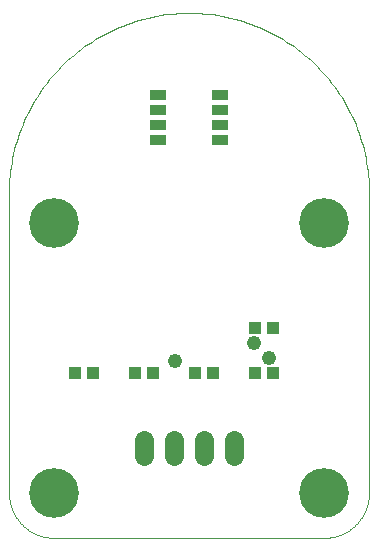
<source format=gts>
G75*
%MOIN*%
%OFA0B0*%
%FSLAX25Y25*%
%IPPOS*%
%LPD*%
%AMOC8*
5,1,8,0,0,1.08239X$1,22.5*
%
%ADD10R,0.05800X0.03300*%
%ADD11C,0.00000*%
%ADD12C,0.06343*%
%ADD13C,0.16611*%
%ADD14R,0.03950X0.03950*%
%ADD15C,0.04800*%
D10*
X0051564Y0134300D03*
X0051564Y0139300D03*
X0051564Y0144300D03*
X0051564Y0149300D03*
X0072036Y0149300D03*
X0072036Y0144300D03*
X0072036Y0139300D03*
X0072036Y0134300D03*
D11*
X0001800Y0116800D02*
X0001800Y0016800D01*
X0001804Y0016438D01*
X0001818Y0016075D01*
X0001839Y0015713D01*
X0001870Y0015352D01*
X0001909Y0014992D01*
X0001957Y0014633D01*
X0002014Y0014275D01*
X0002079Y0013918D01*
X0002153Y0013563D01*
X0002236Y0013210D01*
X0002327Y0012859D01*
X0002426Y0012511D01*
X0002534Y0012165D01*
X0002650Y0011821D01*
X0002775Y0011481D01*
X0002907Y0011144D01*
X0003048Y0010810D01*
X0003197Y0010479D01*
X0003354Y0010152D01*
X0003518Y0009829D01*
X0003690Y0009510D01*
X0003870Y0009196D01*
X0004058Y0008885D01*
X0004253Y0008580D01*
X0004455Y0008279D01*
X0004665Y0007983D01*
X0004881Y0007693D01*
X0005105Y0007407D01*
X0005335Y0007127D01*
X0005572Y0006853D01*
X0005816Y0006585D01*
X0006066Y0006322D01*
X0006322Y0006066D01*
X0006585Y0005816D01*
X0006853Y0005572D01*
X0007127Y0005335D01*
X0007407Y0005105D01*
X0007693Y0004881D01*
X0007983Y0004665D01*
X0008279Y0004455D01*
X0008580Y0004253D01*
X0008885Y0004058D01*
X0009196Y0003870D01*
X0009510Y0003690D01*
X0009829Y0003518D01*
X0010152Y0003354D01*
X0010479Y0003197D01*
X0010810Y0003048D01*
X0011144Y0002907D01*
X0011481Y0002775D01*
X0011821Y0002650D01*
X0012165Y0002534D01*
X0012511Y0002426D01*
X0012859Y0002327D01*
X0013210Y0002236D01*
X0013563Y0002153D01*
X0013918Y0002079D01*
X0014275Y0002014D01*
X0014633Y0001957D01*
X0014992Y0001909D01*
X0015352Y0001870D01*
X0015713Y0001839D01*
X0016075Y0001818D01*
X0016438Y0001804D01*
X0016800Y0001800D01*
X0106800Y0001800D01*
X0107162Y0001804D01*
X0107525Y0001818D01*
X0107887Y0001839D01*
X0108248Y0001870D01*
X0108608Y0001909D01*
X0108967Y0001957D01*
X0109325Y0002014D01*
X0109682Y0002079D01*
X0110037Y0002153D01*
X0110390Y0002236D01*
X0110741Y0002327D01*
X0111089Y0002426D01*
X0111435Y0002534D01*
X0111779Y0002650D01*
X0112119Y0002775D01*
X0112456Y0002907D01*
X0112790Y0003048D01*
X0113121Y0003197D01*
X0113448Y0003354D01*
X0113771Y0003518D01*
X0114090Y0003690D01*
X0114404Y0003870D01*
X0114715Y0004058D01*
X0115020Y0004253D01*
X0115321Y0004455D01*
X0115617Y0004665D01*
X0115907Y0004881D01*
X0116193Y0005105D01*
X0116473Y0005335D01*
X0116747Y0005572D01*
X0117015Y0005816D01*
X0117278Y0006066D01*
X0117534Y0006322D01*
X0117784Y0006585D01*
X0118028Y0006853D01*
X0118265Y0007127D01*
X0118495Y0007407D01*
X0118719Y0007693D01*
X0118935Y0007983D01*
X0119145Y0008279D01*
X0119347Y0008580D01*
X0119542Y0008885D01*
X0119730Y0009196D01*
X0119910Y0009510D01*
X0120082Y0009829D01*
X0120246Y0010152D01*
X0120403Y0010479D01*
X0120552Y0010810D01*
X0120693Y0011144D01*
X0120825Y0011481D01*
X0120950Y0011821D01*
X0121066Y0012165D01*
X0121174Y0012511D01*
X0121273Y0012859D01*
X0121364Y0013210D01*
X0121447Y0013563D01*
X0121521Y0013918D01*
X0121586Y0014275D01*
X0121643Y0014633D01*
X0121691Y0014992D01*
X0121730Y0015352D01*
X0121761Y0015713D01*
X0121782Y0016075D01*
X0121796Y0016438D01*
X0121800Y0016800D01*
X0121800Y0116800D01*
X0121782Y0118261D01*
X0121729Y0119721D01*
X0121640Y0121180D01*
X0121516Y0122636D01*
X0121356Y0124088D01*
X0121161Y0125536D01*
X0120930Y0126979D01*
X0120665Y0128416D01*
X0120365Y0129846D01*
X0120030Y0131268D01*
X0119660Y0132682D01*
X0119256Y0134086D01*
X0118818Y0135480D01*
X0118346Y0136863D01*
X0117841Y0138234D01*
X0117302Y0139592D01*
X0116731Y0140937D01*
X0116127Y0142267D01*
X0115491Y0143583D01*
X0114823Y0144882D01*
X0114123Y0146165D01*
X0113392Y0147430D01*
X0112631Y0148678D01*
X0111840Y0149906D01*
X0111019Y0151115D01*
X0110169Y0152303D01*
X0109290Y0153470D01*
X0108383Y0154616D01*
X0107448Y0155739D01*
X0106486Y0156839D01*
X0105498Y0157915D01*
X0104484Y0158967D01*
X0103444Y0159994D01*
X0102380Y0160995D01*
X0101292Y0161971D01*
X0100180Y0162919D01*
X0099046Y0163840D01*
X0097889Y0164733D01*
X0096712Y0165597D01*
X0095513Y0166433D01*
X0094294Y0167239D01*
X0093056Y0168016D01*
X0091800Y0168762D01*
X0090526Y0169477D01*
X0089235Y0170161D01*
X0087927Y0170813D01*
X0086604Y0171433D01*
X0085266Y0172021D01*
X0083915Y0172576D01*
X0082550Y0173098D01*
X0081173Y0173586D01*
X0079784Y0174041D01*
X0078385Y0174462D01*
X0076976Y0174849D01*
X0075558Y0175201D01*
X0074132Y0175519D01*
X0072698Y0175802D01*
X0071258Y0176050D01*
X0069813Y0176263D01*
X0068362Y0176440D01*
X0066908Y0176582D01*
X0065451Y0176689D01*
X0063991Y0176760D01*
X0062531Y0176796D01*
X0061069Y0176796D01*
X0059609Y0176760D01*
X0058149Y0176689D01*
X0056692Y0176582D01*
X0055238Y0176440D01*
X0053787Y0176263D01*
X0052342Y0176050D01*
X0050902Y0175802D01*
X0049468Y0175519D01*
X0048042Y0175201D01*
X0046624Y0174849D01*
X0045215Y0174462D01*
X0043816Y0174041D01*
X0042427Y0173586D01*
X0041050Y0173098D01*
X0039685Y0172576D01*
X0038334Y0172021D01*
X0036996Y0171433D01*
X0035673Y0170813D01*
X0034365Y0170161D01*
X0033074Y0169477D01*
X0031800Y0168762D01*
X0030544Y0168016D01*
X0029306Y0167239D01*
X0028087Y0166433D01*
X0026888Y0165597D01*
X0025711Y0164733D01*
X0024554Y0163840D01*
X0023420Y0162919D01*
X0022308Y0161971D01*
X0021220Y0160995D01*
X0020156Y0159994D01*
X0019116Y0158967D01*
X0018102Y0157915D01*
X0017114Y0156839D01*
X0016152Y0155739D01*
X0015217Y0154616D01*
X0014310Y0153470D01*
X0013431Y0152303D01*
X0012581Y0151115D01*
X0011760Y0149906D01*
X0010969Y0148678D01*
X0010208Y0147430D01*
X0009477Y0146165D01*
X0008777Y0144882D01*
X0008109Y0143583D01*
X0007473Y0142267D01*
X0006869Y0140937D01*
X0006298Y0139592D01*
X0005759Y0138234D01*
X0005254Y0136863D01*
X0004782Y0135480D01*
X0004344Y0134086D01*
X0003940Y0132682D01*
X0003570Y0131268D01*
X0003235Y0129846D01*
X0002935Y0128416D01*
X0002670Y0126979D01*
X0002439Y0125536D01*
X0002244Y0124088D01*
X0002084Y0122636D01*
X0001960Y0121180D01*
X0001871Y0119721D01*
X0001818Y0118261D01*
X0001800Y0116800D01*
D12*
X0046800Y0034572D02*
X0046800Y0029028D01*
X0056800Y0029028D02*
X0056800Y0034572D01*
X0066800Y0034572D02*
X0066800Y0029028D01*
X0076800Y0029028D02*
X0076800Y0034572D01*
D13*
X0106800Y0016800D03*
X0106800Y0106800D03*
X0016800Y0106800D03*
X0016800Y0016800D03*
D14*
X0023847Y0056800D03*
X0029753Y0056800D03*
X0043847Y0056800D03*
X0049753Y0056800D03*
X0063847Y0056800D03*
X0069753Y0056800D03*
X0083847Y0056800D03*
X0089753Y0056800D03*
X0089753Y0071800D03*
X0083847Y0071800D03*
D15*
X0083572Y0066761D03*
X0088493Y0061839D03*
X0056997Y0060855D03*
M02*

</source>
